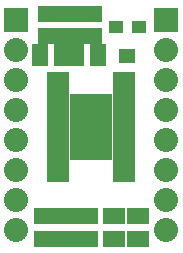
<source format=gts>
G04 (created by PCBNEW-RS274X (2012-01-19 BZR 3256)-stable) date 2013-01-22 오후 1:13:22*
G01*
G70*
G90*
%MOIN*%
G04 Gerber Fmt 3.4, Leading zero omitted, Abs format*
%FSLAX34Y34*%
G04 APERTURE LIST*
%ADD10C,0.006000*%
%ADD11R,0.075000X0.055000*%
%ADD12R,0.055000X0.075000*%
%ADD13R,0.077900X0.036500*%
%ADD14R,0.142000X0.223900*%
%ADD15C,0.048000*%
%ADD16R,0.047600X0.043600*%
%ADD17R,0.055400X0.047600*%
%ADD18R,0.080000X0.080000*%
%ADD19C,0.080000*%
G04 APERTURE END LIST*
G54D10*
G54D11*
X44890Y-45475D03*
X44890Y-44725D03*
G54D12*
X44375Y-39350D03*
X43625Y-39350D03*
G54D11*
X42750Y-37975D03*
X42750Y-38725D03*
X44000Y-44725D03*
X44000Y-45475D03*
X44150Y-37975D03*
X44150Y-38725D03*
X43450Y-37975D03*
X43450Y-38725D03*
X43300Y-44725D03*
X43300Y-45475D03*
X42600Y-44725D03*
X42600Y-45475D03*
X45700Y-45475D03*
X45700Y-44725D03*
G54D12*
X43175Y-39350D03*
X42425Y-39350D03*
G54D13*
X45252Y-41878D03*
X45252Y-41622D03*
X45252Y-41366D03*
X45252Y-41110D03*
X43050Y-42642D03*
X45252Y-42646D03*
X45252Y-42390D03*
X45252Y-42134D03*
X43048Y-40854D03*
X43048Y-41110D03*
X43048Y-41366D03*
X43048Y-41622D03*
X43048Y-41878D03*
X43048Y-42134D03*
X45252Y-40854D03*
X43050Y-42390D03*
X45252Y-42902D03*
X45252Y-40598D03*
X43048Y-40598D03*
X43048Y-42902D03*
X45252Y-43157D03*
X45252Y-40343D03*
X43048Y-40343D03*
X43048Y-43157D03*
X45252Y-43413D03*
X45252Y-40087D03*
X43048Y-40087D03*
X43048Y-43413D03*
G54D14*
X44150Y-41750D03*
G54D15*
X43750Y-40950D03*
X44150Y-40950D03*
X44550Y-40950D03*
X43750Y-41350D03*
X44150Y-41350D03*
X44550Y-41350D03*
X43750Y-41750D03*
X44150Y-41750D03*
X44550Y-41750D03*
X43750Y-42150D03*
X44150Y-42150D03*
X44550Y-42150D03*
X43750Y-42550D03*
X44150Y-42550D03*
X44550Y-42550D03*
G54D16*
X45744Y-38428D03*
G54D17*
X45350Y-39372D03*
G54D16*
X44956Y-38428D03*
G54D18*
X41650Y-38200D03*
G54D19*
X41650Y-39200D03*
X41650Y-40200D03*
X41650Y-41200D03*
X41650Y-42200D03*
X41650Y-43200D03*
X41650Y-44200D03*
X41650Y-45200D03*
G54D18*
X46650Y-38200D03*
G54D19*
X46650Y-39200D03*
X46650Y-40200D03*
X46650Y-41200D03*
X46650Y-42200D03*
X46650Y-43200D03*
X46650Y-44200D03*
X46650Y-45200D03*
M02*

</source>
